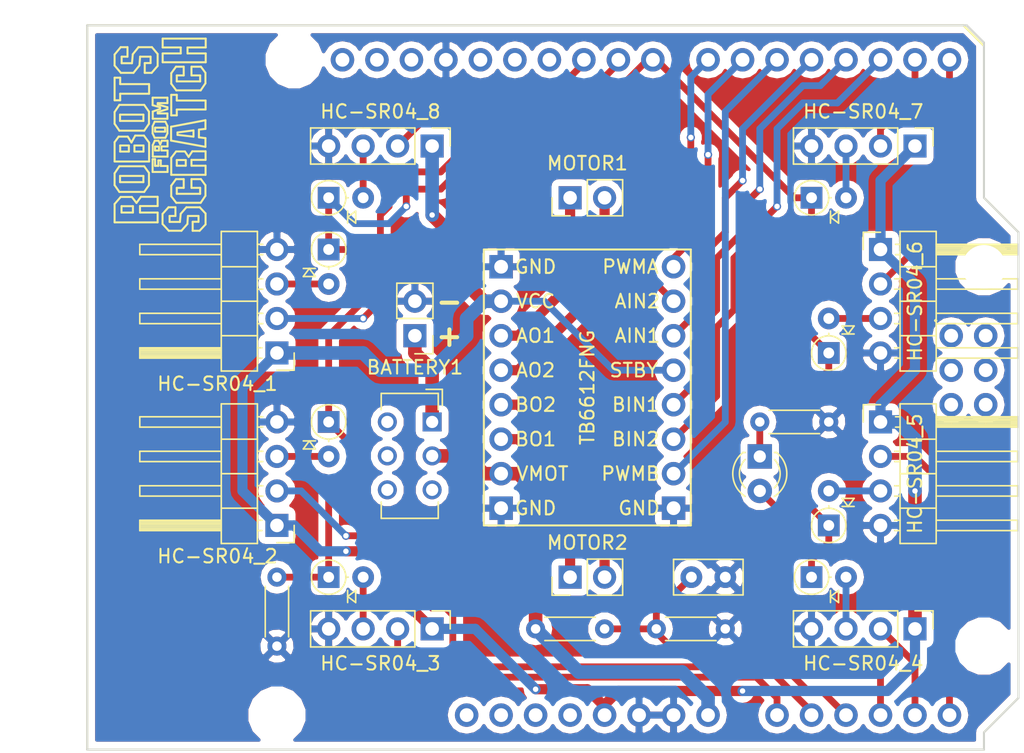
<source format=kicad_pcb>
(kicad_pcb (version 4) (host pcbnew 4.0.7)
  (title_block (title Octosonic))
  (layers (0 F.Cu signal) (31 B.Cu signal hide) (34 B.Paste user) (35 F.Paste user) (36 B.SilkS user) (37 F.SilkS user) (38 B.Mask user) (39 F.Mask user) (44 Edge.Cuts user))
  (net 0 "")
  (net 1 GND)
  (net 2 "Net-(D6-Pad2)")
  (net 3 "Net-(D7-Pad2)")
  (net 4 +5V)
  (net 5 "Net-(XA1-PadRST2)")
  (net 6 "Net-(XA1-PadGND4)")
  (net 7 "Net-(XA1-PadMOSI)")
  (net 8 "Net-(XA1-PadSCK)")
  (net 9 "Net-(XA1-Pad5V2)")
  (net 10 "Net-(XA1-Pad3V3)")
  (net 11 "Net-(XA1-PadRST1)")
  (net 12 "Net-(XA1-PadIORF)")
  (net 13 "Net-(XA1-PadSCL)")
  (net 14 "Net-(XA1-PadSDA)")
  (net 15 "Net-(XA1-PadAREF)")
  (net 16 "Net-(XA1-PadD13)")
  (net 17 "Net-(XA1-PadD12)")
  (net 18 "Net-(XA1-PadD11)")
  (net 19 "Net-(XA1-PadMISO)")
  (net 20 "Net-(HC-SR04_1-Pad2)")
  (net 21 "Net-(HC-SR04_8-Pad2)")
  (net 22 "Net-(D1-Pad1)")
  (net 23 "Net-(D1-Pad2)")
  (net 24 "Net-(D2-Pad2)")
  (net 25 "Net-(D3-Pad2)")
  (net 26 "Net-(D4-Pad2)")
  (net 27 "Net-(D5-Pad2)")
  (net 28 "Net-(D8-Pad2)")
  (net 29 "Net-(HC-SR04_2-Pad2)")
  (net 30 "Net-(HC-SR04_3-Pad2)")
  (net 31 "Net-(HC-SR04_4-Pad2)")
  (net 32 "Net-(HC-SR04_5-Pad2)")
  (net 33 "Net-(HC-SR04_6-Pad2)")
  (net 34 "Net-(HC-SR04_7-Pad2)")
  (net 35 "Net-(U1-Pad10)")
  (net 36 "Net-(U1-Pad11)")
  (net 37 "Net-(U1-Pad12)")
  (net 38 "Net-(U1-Pad14)")
  (net 39 "Net-(U1-Pad15)")
  (net 40 "Net-(U1-Pad16)")
  (net 41 "Net-(MOTOR1-Pad1)")
  (net 42 "Net-(MOTOR1-Pad2)")
  (net 43 "Net-(MOTOR2-Pad1)")
  (net 44 "Net-(MOTOR2-Pad2)")
  (net 45 "Net-(BATTERY1-Pad1)")
  (net 46 "Net-(C1-Pad2)")
  (net 47 "Net-(D9-Pad1)")
  (net 48 "Net-(D9-Pad2)")
  (net 49 "Net-(R2-Pad2)")
  (module Arduino:Arduino_Uno_Shield (layer F.Cu) (at 105.41 125.73)
    (fp_text reference XA1 hide)
    (fp_text value Arduino_Uno_Shield)
    (fp_text user . (at 62.484 -32.004) (layer F.SilkS))
    (pad RST2 thru_hole oval (at 63.627 -25.4) (size 1.7272 1.7272) (drill 1.016) (layers *.Cu *.Mask) (net 5 "Net-(XA1-PadRST2)"))
    (pad GND4 thru_hole oval (at 66.167 -25.4) (size 1.7272 1.7272) (drill 1.016) (layers *.Cu *.Mask) (net 6 "Net-(XA1-PadGND4)"))
    (pad MOSI thru_hole oval (at 66.167 -27.94) (size 1.7272 1.7272) (drill 1.016) (layers *.Cu *.Mask) (net 7 "Net-(XA1-PadMOSI)"))
    (pad SCK thru_hole oval (at 63.627 -27.94) (size 1.7272 1.7272) (drill 1.016) (layers *.Cu *.Mask) (net 8 "Net-(XA1-PadSCK)"))
    (pad 5V2 thru_hole oval (at 66.167 -30.48) (size 1.7272 1.7272) (drill 1.016) (layers *.Cu *.Mask) (net 9 "Net-(XA1-Pad5V2)"))
    (pad A0 thru_hole oval (at 50.8 -2.54) (size 1.7272 1.7272) (drill 1.016) (layers *.Cu *.Mask) (net 30 "Net-(HC-SR04_3-Pad2)"))
    (pad VIN thru_hole oval (at 45.72 -2.54) (size 1.7272 1.7272) (drill 1.016) (layers *.Cu *.Mask) (net 49 "Net-(R2-Pad2)"))
    (pad GND3 thru_hole oval (at 43.18 -2.54) (size 1.7272 1.7272) (drill 1.016) (layers *.Cu *.Mask) (net 1 GND))
    (pad GND2 thru_hole oval (at 40.64 -2.54) (size 1.7272 1.7272) (drill 1.016) (layers *.Cu *.Mask) (net 1 GND))
    (pad 5V1 thru_hole oval (at 38.1 -2.54) (size 1.7272 1.7272) (drill 1.016) (layers *.Cu *.Mask) (net 4 +5V))
    (pad 3V3 thru_hole oval (at 35.56 -2.54) (size 1.7272 1.7272) (drill 1.016) (layers *.Cu *.Mask) (net 10 "Net-(XA1-Pad3V3)"))
    (pad RST1 thru_hole oval (at 33.02 -2.54) (size 1.7272 1.7272) (drill 1.016) (layers *.Cu *.Mask) (net 11 "Net-(XA1-PadRST1)"))
    (pad IORF thru_hole oval (at 30.48 -2.54) (size 1.7272 1.7272) (drill 1.016) (layers *.Cu *.Mask) (net 12 "Net-(XA1-PadIORF)"))
    (pad D0 thru_hole oval (at 63.5 -50.8) (size 1.7272 1.7272) (drill 1.016) (layers *.Cu *.Mask) (net 33 "Net-(HC-SR04_6-Pad2)"))
    (pad D1 thru_hole oval (at 60.96 -50.8) (size 1.7272 1.7272) (drill 1.016) (layers *.Cu *.Mask) (net 34 "Net-(HC-SR04_7-Pad2)"))
    (pad D2 thru_hole oval (at 58.42 -50.8) (size 1.7272 1.7272) (drill 1.016) (layers *.Cu *.Mask) (net 36 "Net-(U1-Pad11)"))
    (pad D3 thru_hole oval (at 55.88 -50.8) (size 1.7272 1.7272) (drill 1.016) (layers *.Cu *.Mask) (net 37 "Net-(U1-Pad12)"))
    (pad D4 thru_hole oval (at 53.34 -50.8) (size 1.7272 1.7272) (drill 1.016) (layers *.Cu *.Mask) (net 38 "Net-(U1-Pad14)"))
    (pad D5 thru_hole oval (at 50.8 -50.8) (size 1.7272 1.7272) (drill 1.016) (layers *.Cu *.Mask) (net 35 "Net-(U1-Pad10)"))
    (pad D6 thru_hole oval (at 48.26 -50.8) (size 1.7272 1.7272) (drill 1.016) (layers *.Cu *.Mask) (net 40 "Net-(U1-Pad16)"))
    (pad D7 thru_hole oval (at 45.72 -50.8) (size 1.7272 1.7272) (drill 1.016) (layers *.Cu *.Mask) (net 39 "Net-(U1-Pad15)"))
    (pad GND1 thru_hole oval (at 26.416 -50.8) (size 1.7272 1.7272) (drill 1.016) (layers *.Cu *.Mask) (net 1 GND))
    (pad D8 thru_hole oval (at 41.656 -50.8) (size 1.7272 1.7272) (drill 1.016) (layers *.Cu *.Mask) (net 22 "Net-(D1-Pad1)"))
    (pad D9 thru_hole oval (at 39.116 -50.8) (size 1.7272 1.7272) (drill 1.016) (layers *.Cu *.Mask) (net 20 "Net-(HC-SR04_1-Pad2)"))
    (pad D10 thru_hole oval (at 36.576 -50.8) (size 1.7272 1.7272) (drill 1.016) (layers *.Cu *.Mask) (net 21 "Net-(HC-SR04_8-Pad2)"))
    (pad "" np_thru_hole circle (at 66.04 -7.62) (size 3.2 3.2) (drill 3.2) (layers *.Cu *.Mask))
    (pad "" np_thru_hole circle (at 66.04 -35.56) (size 3.2 3.2) (drill 3.2) (layers *.Cu *.Mask))
    (pad "" np_thru_hole circle (at 15.24 -50.8) (size 3.2 3.2) (drill 3.2) (layers *.Cu *.Mask))
    (pad "" np_thru_hole circle (at 13.97 -2.54) (size 3.2 3.2) (drill 3.2) (layers *.Cu *.Mask))
    (pad SCL thru_hole oval (at 18.796 -50.8) (size 1.7272 1.7272) (drill 1.016) (layers *.Cu *.Mask) (net 13 "Net-(XA1-PadSCL)"))
    (pad SDA thru_hole oval (at 21.336 -50.8) (size 1.7272 1.7272) (drill 1.016) (layers *.Cu *.Mask) (net 14 "Net-(XA1-PadSDA)"))
    (pad AREF thru_hole oval (at 23.876 -50.8) (size 1.7272 1.7272) (drill 1.016) (layers *.Cu *.Mask) (net 15 "Net-(XA1-PadAREF)"))
    (pad D13 thru_hole oval (at 28.956 -50.8) (size 1.7272 1.7272) (drill 1.016) (layers *.Cu *.Mask) (net 16 "Net-(XA1-PadD13)"))
    (pad D12 thru_hole oval (at 31.496 -50.8) (size 1.7272 1.7272) (drill 1.016) (layers *.Cu *.Mask) (net 17 "Net-(XA1-PadD12)"))
    (pad D11 thru_hole oval (at 34.036 -50.8) (size 1.7272 1.7272) (drill 1.016) (layers *.Cu *.Mask) (net 18 "Net-(XA1-PadD11)"))
    (pad "" thru_hole oval (at 27.94 -2.54) (size 1.7272 1.7272) (drill 1.016) (layers *.Cu *.Mask))
    (pad A1 thru_hole oval (at 53.34 -2.54) (size 1.7272 1.7272) (drill 1.016) (layers *.Cu *.Mask) (net 29 "Net-(HC-SR04_2-Pad2)"))
    (pad A2 thru_hole oval (at 55.88 -2.54) (size 1.7272 1.7272) (drill 1.016) (layers *.Cu *.Mask) (net 46 "Net-(C1-Pad2)"))
    (pad A3 thru_hole oval (at 58.42 -2.54) (size 1.7272 1.7272) (drill 1.016) (layers *.Cu *.Mask) (net 48 "Net-(D9-Pad2)"))
    (pad A4 thru_hole oval (at 60.96 -2.54) (size 1.7272 1.7272) (drill 1.016) (layers *.Cu *.Mask) (net 31 "Net-(HC-SR04_4-Pad2)"))
    (pad A5 thru_hole oval (at 63.5 -2.54) (size 1.7272 1.7272) (drill 1.016) (layers *.Cu *.Mask) (net 32 "Net-(HC-SR04_5-Pad2)"))
    (pad MISO thru_hole oval (at 63.627 -30.48) (size 1.7272 1.7272) (drill 1.016) (layers *.Cu *.Mask) (net 19 "Net-(XA1-PadMISO)"))
  )
  (module Diodes_THT:D_DO-35_SOD27_P2.54mm_Vertical_AnodeUp (layer F.Cu) (at 123.19 88.9 270)
    (fp_text reference D6 hide)
    (fp_text value 1N4148)
    (pad 1 thru_hole rect (at 0 0 270) (size 1.6 1.6) (drill 0.8) (layers *.Cu *.Mask) (net 22 "Net-(D1-Pad1)"))
    (pad 2 thru_hole oval (at 2.54 0 270) (size 1.6 1.6) (drill 0.8) (layers *.Cu *.Mask) (net 2 "Net-(D6-Pad2)"))
  )
  (module Diodes_THT:D_DO-35_SOD27_P2.54mm_Vertical_AnodeUp (layer F.Cu) (at 123.19 85.09)
    (fp_text reference D7 hide)
    (fp_text value 1N4148)
    (pad 1 thru_hole rect (at 0 0) (size 1.6 1.6) (drill 0.8) (layers *.Cu *.Mask) (net 22 "Net-(D1-Pad1)"))
    (pad 2 thru_hole oval (at 2.54 0) (size 1.6 1.6) (drill 0.8) (layers *.Cu *.Mask) (net 3 "Net-(D7-Pad2)"))
  )
  (module Pin_Headers:Pin_Header_Angled_1x04_Pitch2.54mm (layer F.Cu) (at 119.38 96.52 180)
    (fp_text reference HC-SR04_1 (at 4.385 -2.27 180) (layer F.SilkS))
    (fp_text value *)
    (pad 1 thru_hole rect (at 0 0 180) (size 1.7 1.7) (drill 1) (layers *.Cu *.Mask) (net 4 +5V))
    (pad 2 thru_hole oval (at 0 2.54 180) (size 1.7 1.7) (drill 1) (layers *.Cu *.Mask) (net 20 "Net-(HC-SR04_1-Pad2)"))
    (pad 3 thru_hole oval (at 0 5.08 180) (size 1.7 1.7) (drill 1) (layers *.Cu *.Mask) (net 2 "Net-(D6-Pad2)"))
    (pad 4 thru_hole oval (at 0 7.62 180) (size 1.7 1.7) (drill 1) (layers *.Cu *.Mask) (net 1 GND))
  )
  (module Pin_Headers:Pin_Header_Straight_1x04_Pitch2.54mm (layer F.Cu) (at 130.81 81.28 270)
    (fp_text reference HC-SR04_8 (at -2.54 3.81 360) (layer F.SilkS))
    (fp_text value *)
    (pad 1 thru_hole rect (at 0 0 270) (size 1.7 1.7) (drill 1) (layers *.Cu *.Mask) (net 4 +5V))
    (pad 2 thru_hole oval (at 0 2.54 270) (size 1.7 1.7) (drill 1) (layers *.Cu *.Mask) (net 21 "Net-(HC-SR04_8-Pad2)"))
    (pad 3 thru_hole oval (at 0 5.08 270) (size 1.7 1.7) (drill 1) (layers *.Cu *.Mask) (net 3 "Net-(D7-Pad2)"))
    (pad 4 thru_hole oval (at 0 7.62 270) (size 1.7 1.7) (drill 1) (layers *.Cu *.Mask) (net 1 GND))
  )
  (module Diodes_THT:D_DO-35_SOD27_P2.54mm_Vertical_AnodeUp (layer F.Cu) (at 160.02 96.52 90)
    (fp_text reference D1 hide)
    (fp_text value 1N4148)
    (pad 1 thru_hole rect (at 0 0 90) (size 1.6 1.6) (drill 0.8) (layers *.Cu *.Mask) (net 22 "Net-(D1-Pad1)"))
    (pad 2 thru_hole oval (at 2.54 0 90) (size 1.6 1.6) (drill 0.8) (layers *.Cu *.Mask) (net 23 "Net-(D1-Pad2)"))
  )
  (module Diodes_THT:D_DO-35_SOD27_P2.54mm_Vertical_AnodeUp (layer F.Cu) (at 158.75 85.09)
    (fp_text reference D2 hide)
    (fp_text value 1N4148)
    (pad 1 thru_hole rect (at 0 0) (size 1.6 1.6) (drill 0.8) (layers *.Cu *.Mask) (net 22 "Net-(D1-Pad1)"))
    (pad 2 thru_hole oval (at 2.54 0) (size 1.6 1.6) (drill 0.8) (layers *.Cu *.Mask) (net 24 "Net-(D2-Pad2)"))
  )
  (module Diodes_THT:D_DO-35_SOD27_P2.54mm_Vertical_AnodeUp (layer F.Cu) (at 160.02 109.22 90)
    (fp_text reference D3 hide)
    (fp_text value 1N4148)
    (pad 1 thru_hole rect (at 0 0 90) (size 1.6 1.6) (drill 0.8) (layers *.Cu *.Mask) (net 22 "Net-(D1-Pad1)"))
    (pad 2 thru_hole oval (at 2.54 0 90) (size 1.6 1.6) (drill 0.8) (layers *.Cu *.Mask) (net 25 "Net-(D3-Pad2)"))
  )
  (module Diodes_THT:D_DO-35_SOD27_P2.54mm_Vertical_AnodeUp (layer F.Cu) (at 158.75 113.03)
    (fp_text reference D4 hide)
    (fp_text value 1N4148)
    (pad 1 thru_hole rect (at 0 0) (size 1.6 1.6) (drill 0.8) (layers *.Cu *.Mask) (net 22 "Net-(D1-Pad1)"))
    (pad 2 thru_hole oval (at 2.54 0) (size 1.6 1.6) (drill 0.8) (layers *.Cu *.Mask) (net 26 "Net-(D4-Pad2)"))
  )
  (module Diodes_THT:D_DO-35_SOD27_P2.54mm_Vertical_AnodeUp (layer F.Cu) (at 123.19 101.6 270)
    (fp_text reference D5 hide)
    (fp_text value 1N4148)
    (pad 1 thru_hole rect (at 0 0 270) (size 1.6 1.6) (drill 0.8) (layers *.Cu *.Mask) (net 22 "Net-(D1-Pad1)"))
    (pad 2 thru_hole oval (at 2.54 0 270) (size 1.6 1.6) (drill 0.8) (layers *.Cu *.Mask) (net 27 "Net-(D5-Pad2)"))
  )
  (module Diodes_THT:D_DO-35_SOD27_P2.54mm_Vertical_AnodeUp (layer F.Cu) (at 123.19 113.03)
    (fp_text reference D8 hide)
    (fp_text value 1N4148)
    (pad 1 thru_hole rect (at 0 0) (size 1.6 1.6) (drill 0.8) (layers *.Cu *.Mask) (net 22 "Net-(D1-Pad1)"))
    (pad 2 thru_hole oval (at 2.54 0) (size 1.6 1.6) (drill 0.8) (layers *.Cu *.Mask) (net 28 "Net-(D8-Pad2)"))
  )
  (module Pin_Headers:Pin_Header_Angled_1x04_Pitch2.54mm (layer F.Cu) (at 119.38 109.22 180)
    (fp_text reference HC-SR04_2 (at 4.385 -2.27 180) (layer F.SilkS))
    (fp_text value *)
    (pad 1 thru_hole rect (at 0 0 180) (size 1.7 1.7) (drill 1) (layers *.Cu *.Mask) (net 4 +5V))
    (pad 2 thru_hole oval (at 0 2.54 180) (size 1.7 1.7) (drill 1) (layers *.Cu *.Mask) (net 29 "Net-(HC-SR04_2-Pad2)"))
    (pad 3 thru_hole oval (at 0 5.08 180) (size 1.7 1.7) (drill 1) (layers *.Cu *.Mask) (net 27 "Net-(D5-Pad2)"))
    (pad 4 thru_hole oval (at 0 7.62 180) (size 1.7 1.7) (drill 1) (layers *.Cu *.Mask) (net 1 GND))
  )
  (module Pin_Headers:Pin_Header_Angled_1x04_Pitch2.54mm (layer F.Cu) (at 163.83 101.6)
    (fp_text reference HC-SR04_5 (at 2.54 3.81 90) (layer F.SilkS))
    (fp_text value *)
    (pad 1 thru_hole rect (at 0 0) (size 1.7 1.7) (drill 1) (layers *.Cu *.Mask) (net 4 +5V))
    (pad 2 thru_hole oval (at 0 2.54) (size 1.7 1.7) (drill 1) (layers *.Cu *.Mask) (net 32 "Net-(HC-SR04_5-Pad2)"))
    (pad 3 thru_hole oval (at 0 5.08) (size 1.7 1.7) (drill 1) (layers *.Cu *.Mask) (net 25 "Net-(D3-Pad2)"))
    (pad 4 thru_hole oval (at 0 7.62) (size 1.7 1.7) (drill 1) (layers *.Cu *.Mask) (net 1 GND))
  )
  (module Pin_Headers:Pin_Header_Angled_1x04_Pitch2.54mm (layer F.Cu) (at 163.83 88.9)
    (fp_text reference HC-SR04_6 (at 2.54 3.81 90) (layer F.SilkS))
    (fp_text value *)
    (pad 1 thru_hole rect (at 0 0) (size 1.7 1.7) (drill 1) (layers *.Cu *.Mask) (net 4 +5V))
    (pad 2 thru_hole oval (at 0 2.54) (size 1.7 1.7) (drill 1) (layers *.Cu *.Mask) (net 33 "Net-(HC-SR04_6-Pad2)"))
    (pad 3 thru_hole oval (at 0 5.08) (size 1.7 1.7) (drill 1) (layers *.Cu *.Mask) (net 23 "Net-(D1-Pad2)"))
    (pad 4 thru_hole oval (at 0 7.62) (size 1.7 1.7) (drill 1) (layers *.Cu *.Mask) (net 1 GND))
  )
  (module Pin_Headers:Pin_Header_Straight_1x04_Pitch2.54mm (layer F.Cu) (at 130.81 116.84 270)
    (fp_text reference HC-SR04_3 (at 2.54 3.81 360) (layer F.SilkS))
    (fp_text value *)
    (pad 1 thru_hole rect (at 0 0 270) (size 1.7 1.7) (drill 1) (layers *.Cu *.Mask) (net 4 +5V))
    (pad 2 thru_hole oval (at 0 2.54 270) (size 1.7 1.7) (drill 1) (layers *.Cu *.Mask) (net 30 "Net-(HC-SR04_3-Pad2)"))
    (pad 3 thru_hole oval (at 0 5.08 270) (size 1.7 1.7) (drill 1) (layers *.Cu *.Mask) (net 28 "Net-(D8-Pad2)"))
    (pad 4 thru_hole oval (at 0 7.62 270) (size 1.7 1.7) (drill 1) (layers *.Cu *.Mask) (net 1 GND))
  )
  (module Pin_Headers:Pin_Header_Straight_1x04_Pitch2.54mm (layer F.Cu) (at 166.37 116.84 270)
    (fp_text reference HC-SR04_4 (at 2.54 3.81 360) (layer F.SilkS))
    (fp_text value *)
    (pad 1 thru_hole rect (at 0 0 270) (size 1.7 1.7) (drill 1) (layers *.Cu *.Mask) (net 4 +5V))
    (pad 2 thru_hole oval (at 0 2.54 270) (size 1.7 1.7) (drill 1) (layers *.Cu *.Mask) (net 31 "Net-(HC-SR04_4-Pad2)"))
    (pad 3 thru_hole oval (at 0 5.08 270) (size 1.7 1.7) (drill 1) (layers *.Cu *.Mask) (net 26 "Net-(D4-Pad2)"))
    (pad 4 thru_hole oval (at 0 7.62 270) (size 1.7 1.7) (drill 1) (layers *.Cu *.Mask) (net 1 GND))
  )
  (module Pin_Headers:Pin_Header_Straight_1x04_Pitch2.54mm (layer F.Cu) (at 166.37 81.28 270)
    (fp_text reference HC-SR04_7 (at -2.54 3.81 360) (layer F.SilkS))
    (fp_text value *)
    (pad 1 thru_hole rect (at 0 0 270) (size 1.7 1.7) (drill 1) (layers *.Cu *.Mask) (net 4 +5V))
    (pad 2 thru_hole oval (at 0 2.54 270) (size 1.7 1.7) (drill 1) (layers *.Cu *.Mask) (net 34 "Net-(HC-SR04_7-Pad2)"))
    (pad 3 thru_hole oval (at 0 5.08 270) (size 1.7 1.7) (drill 1) (layers *.Cu *.Mask) (net 24 "Net-(D2-Pad2)"))
    (pad 4 thru_hole oval (at 0 7.62 270) (size 1.7 1.7) (drill 1) (layers *.Cu *.Mask) (net 1 GND))
  )
  (module rfs:TB6612FNG (layer F.Cu) (at 134.62 88.9)
    (fp_text reference U1 hide)
    (fp_text value TB6612FNG hide)
    (fp_text user TB6612FNG (at 7.62 10.16 90) (layer F.SilkS))
    (fp_text user AIN2 (at 11.303 3.81) (layer F.SilkS))
    (fp_text user AIN1 (at 11.303 6.35) (layer F.SilkS))
    (fp_text user STBY (at 11.049 8.89) (layer F.SilkS))
    (fp_text user BIN1 (at 11.176 11.43) (layer F.SilkS))
    (fp_text user BIN2 (at 11.176 13.97) (layer F.SilkS))
    (fp_text user GND (at 11.43 19.05) (layer F.SilkS))
    (fp_text user PWMB (at 10.795 16.51) (layer F.SilkS))
    (fp_text user PWMA (at 10.795 1.27) (layer F.SilkS))
    (fp_text user GND (at 3.81 19.05) (layer F.SilkS))
    (fp_text user VMOT (at 4.318 16.51) (layer F.SilkS))
    (fp_text user BO1 (at 3.81 13.97) (layer F.SilkS))
    (fp_text user BO2 (at 3.81 11.43) (layer F.SilkS))
    (fp_text user AO2 (at 3.81 8.89) (layer F.SilkS))
    (fp_text user AO1 (at 3.81 6.35) (layer F.SilkS))
    (fp_text user VCC (at 3.81 3.81) (layer F.SilkS))
    (fp_text user GND (at 3.81 1.27) (layer F.SilkS))
    (pad 1 thru_hole rect (at 1.27 1.27) (size 1.7272 1.7272) (drill 1.016) (layers *.Cu *.Mask) (net 1 GND))
    (pad 2 thru_hole circle (at 1.27 3.81) (size 1.7272 1.7272) (drill 1.016) (layers *.Cu *.Mask) (net 4 +5V))
    (pad 3 thru_hole circle (at 1.27 6.35) (size 1.7272 1.7272) (drill 1.016) (layers *.Cu *.Mask) (net 41 "Net-(MOTOR1-Pad1)"))
    (pad 4 thru_hole circle (at 1.27 8.89) (size 1.7272 1.7272) (drill 1.016) (layers *.Cu *.Mask) (net 42 "Net-(MOTOR1-Pad2)"))
    (pad 5 thru_hole circle (at 1.27 11.43) (size 1.7272 1.7272) (drill 1.016) (layers *.Cu *.Mask) (net 44 "Net-(MOTOR2-Pad2)"))
    (pad 6 thru_hole circle (at 1.27 13.97) (size 1.7272 1.7272) (drill 1.016) (layers *.Cu *.Mask) (net 43 "Net-(MOTOR2-Pad1)"))
    (pad 7 thru_hole circle (at 1.27 16.51) (size 1.7272 1.7272) (drill 1.016) (layers *.Cu *.Mask) (net 49 "Net-(R2-Pad2)"))
    (pad 8 thru_hole rect (at 1.27 19.05) (size 1.7272 1.7272) (drill 1.016) (layers *.Cu *.Mask) (net 1 GND))
    (pad 9 thru_hole rect (at 13.97 19.05) (size 1.7272 1.7272) (drill 1.016) (layers *.Cu *.Mask) (net 1 GND))
    (pad 10 thru_hole circle (at 13.97 16.51) (size 1.7272 1.7272) (drill 1.016) (layers *.Cu *.Mask) (net 35 "Net-(U1-Pad10)"))
    (pad 11 thru_hole circle (at 13.97 13.97) (size 1.7272 1.7272) (drill 1.016) (layers *.Cu *.Mask) (net 36 "Net-(U1-Pad11)"))
    (pad 12 thru_hole circle (at 13.97 11.43) (size 1.7272 1.7272) (drill 1.016) (layers *.Cu *.Mask) (net 37 "Net-(U1-Pad12)"))
    (pad 13 thru_hole circle (at 13.97 8.89) (size 1.7272 1.7272) (drill 1.016) (layers *.Cu *.Mask) (net 4 +5V))
    (pad 14 thru_hole circle (at 13.97 6.35) (size 1.7272 1.7272) (drill 1.016) (layers *.Cu *.Mask) (net 38 "Net-(U1-Pad14)"))
    (pad 15 thru_hole circle (at 13.97 3.81) (size 1.7272 1.7272) (drill 1.016) (layers *.Cu *.Mask) (net 39 "Net-(U1-Pad15)"))
    (pad 16 thru_hole circle (at 13.97 1.27) (size 1.7272 1.7272) (drill 1.016) (layers *.Cu *.Mask) (net 40 "Net-(U1-Pad16)"))
  )
  (module Pin_Headers:Pin_Header_Straight_1x02_Pitch2.54mm (layer F.Cu) (at 140.97 85.09 90)
    (fp_text reference MOTOR1 (at 2.54 1.27 180) (layer F.SilkS))
    (fp_text value Conn_01x02 hide)
    (pad 1 thru_hole rect (at 0 0 90) (size 1.7 1.7) (drill 1) (layers *.Cu *.Mask) (net 41 "Net-(MOTOR1-Pad1)"))
    (pad 2 thru_hole oval (at 0 2.54 90) (size 1.7 1.7) (drill 1) (layers *.Cu *.Mask) (net 42 "Net-(MOTOR1-Pad2)"))
  )
  (module Pin_Headers:Pin_Header_Straight_1x02_Pitch2.54mm (layer F.Cu) (at 140.97 113.03 90)
    (fp_text reference MOTOR2 (at 2.54 1.27 180) (layer F.SilkS))
    (fp_text value Conn_01x02 hide)
    (pad 1 thru_hole rect (at 0 0 90) (size 1.7 1.7) (drill 1) (layers *.Cu *.Mask) (net 43 "Net-(MOTOR2-Pad1)"))
    (pad 2 thru_hole oval (at 0 2.54 90) (size 1.7 1.7) (drill 1) (layers *.Cu *.Mask) (net 44 "Net-(MOTOR2-Pad2)"))
  )
  (module Resistors_THT:R_Axial_DIN0204_L3.6mm_D1.6mm_P5.08mm_Horizontal (layer F.Cu) (at 119.38 118.11 90)
    (fp_text reference R1 hide)
    (fp_text value 5K)
    (pad 1 thru_hole circle (at 0 0 90) (size 1.4 1.4) (drill 0.7) (layers *.Cu *.Mask) (net 1 GND))
    (pad 2 thru_hole oval (at 5.08 0 90) (size 1.4 1.4) (drill 0.7) (layers *.Cu *.Mask) (net 22 "Net-(D1-Pad1)"))
  )
  (module Pin_Headers:Pin_Header_Straight_1x02_Pitch2.54mm (layer F.Cu) (at 129.54 95.25 180)
    (fp_text reference BATTERY1 (at 0 -2.33 180) (layer F.SilkS))
    (fp_text value Conn_01x02)
    (pad 1 thru_hole rect (at 0 0 180) (size 1.7 1.7) (drill 1) (layers *.Cu *.Mask) (net 45 "Net-(BATTERY1-Pad1)"))
    (pad 2 thru_hole oval (at 0 2.54 180) (size 1.7 1.7) (drill 1) (layers *.Cu *.Mask) (net 1 GND))
  )
  (module Capacitors_THT:C_Disc_D5.0mm_W2.5mm_P2.50mm (layer F.Cu) (at 152.4 113.03 180)
    (fp_text reference C1 hide)
    (fp_text value 0.1uF)
    (pad 1 thru_hole circle (at 0 0 180) (size 1.6 1.6) (drill 0.8) (layers *.Cu *.Mask) (net 1 GND))
    (pad 2 thru_hole circle (at 2.5 0 180) (size 1.6 1.6) (drill 0.8) (layers *.Cu *.Mask) (net 46 "Net-(C1-Pad2)"))
  )
  (module LEDs:LED_D3.0mm (layer F.Cu) (at 154.94 104.14 270)
    (fp_text reference D9 hide)
    (fp_text value LED_ALT)
    (pad 1 thru_hole rect (at 0 0 270) (size 1.8 1.8) (drill 0.9) (layers *.Cu *.Mask) (net 47 "Net-(D9-Pad1)"))
    (pad 2 thru_hole circle (at 2.54 0 270) (size 1.8 1.8) (drill 0.9) (layers *.Cu *.Mask) (net 48 "Net-(D9-Pad2)"))
  )
  (module Resistors_THT:R_Axial_DIN0204_L3.6mm_D1.6mm_P5.08mm_Horizontal (layer F.Cu) (at 143.51 116.84 180)
    (fp_text reference R2 hide)
    (fp_text value 10M)
    (pad 1 thru_hole circle (at 0 0 180) (size 1.4 1.4) (drill 0.7) (layers *.Cu *.Mask) (net 46 "Net-(C1-Pad2)"))
    (pad 2 thru_hole oval (at 5.08 0 180) (size 1.4 1.4) (drill 0.7) (layers *.Cu *.Mask) (net 49 "Net-(R2-Pad2)"))
  )
  (module Resistors_THT:R_Axial_DIN0204_L3.6mm_D1.6mm_P5.08mm_Horizontal (layer F.Cu) (at 152.4 116.84 180)
    (fp_text reference R3 hide)
    (fp_text value 10M)
    (pad 1 thru_hole circle (at 0 0 180) (size 1.4 1.4) (drill 0.7) (layers *.Cu *.Mask) (net 1 GND))
    (pad 2 thru_hole oval (at 5.08 0 180) (size 1.4 1.4) (drill 0.7) (layers *.Cu *.Mask) (net 46 "Net-(C1-Pad2)"))
  )
  (module Resistors_THT:R_Axial_DIN0204_L3.6mm_D1.6mm_P5.08mm_Horizontal (layer F.Cu) (at 160.02 101.6 180)
    (fp_text reference R4 hide)
    (fp_text value 220)
    (pad 1 thru_hole circle (at 0 0 180) (size 1.4 1.4) (drill 0.7) (layers *.Cu *.Mask) (net 1 GND))
    (pad 2 thru_hole oval (at 5.08 0 180) (size 1.4 1.4) (drill 0.7) (layers *.Cu *.Mask) (net 47 "Net-(D9-Pad1)"))
  )
  (module Buttons_Switches_THT:SW_CuK_JS202011CQN_DPDT_Straight (layer F.Cu) (at 130.81 101.6 270)
    (fp_text reference SW1 hide)
    (fp_text value SW_DPST_x2)
    (pad 1 thru_hole rect (at 0 0 270) (size 1.4 1.4) (drill 0.9) (layers *.Cu *.Mask) (net 45 "Net-(BATTERY1-Pad1)"))
    (pad 2 thru_hole circle (at 2.5 0 270) (size 1.4 1.4) (drill 0.9) (layers *.Cu *.Mask) (net 49 "Net-(R2-Pad2)"))
    (pad 3 thru_hole circle (at 5 0 270) (size 1.4 1.4) (drill 0.9) (layers *.Cu *.Mask))
    (pad 4 thru_hole circle (at 0 3.3 270) (size 1.4 1.4) (drill 0.9) (layers *.Cu *.Mask))
    (pad 5 thru_hole circle (at 2.5 3.3 270) (size 1.4 1.4) (drill 0.9) (layers *.Cu *.Mask))
    (pad 6 thru_hole circle (at 5 3.3 270) (size 1.4 1.4) (drill 0.9) (layers *.Cu *.Mask))
  )
  (module rfs:logo (layer F.Cu) (at 107.315 87.63 90)
    (fp_text reference "" (at 0 0 90) (layer F.SilkS))
    (fp_text value "" (at 0 0 90) (layer F.SilkS))
  )
  (gr_text + (at 132.08 95.25) (layer F.SilkS) (effects (font (size 1.5 1.5) (thickness 0.3))))
  (gr_text - (at 132.08 92.71) (layer F.SilkS) (effects (font (size 1.5 1.5) (thickness 0.3))))
  (gr_line (start 170.18 72.39) (end 105.41 72.39) (angle 90) (layer Edge.Cuts) (width 0.15))
  (gr_line (start 171.45 73.66) (end 170.18 72.39) (angle 90) (layer Edge.Cuts) (width 0.15))
  (gr_line (start 171.45 85.09) (end 171.45 73.66) (angle 90) (layer Edge.Cuts) (width 0.15))
  (gr_line (start 173.99 87.63) (end 171.45 85.09) (angle 90) (layer Edge.Cuts) (width 0.15))
  (gr_line (start 173.99 121.92) (end 173.99 87.63) (angle 90) (layer Edge.Cuts) (width 0.15))
  (gr_line (start 171.45 124.46) (end 173.99 121.92) (angle 90) (layer Edge.Cuts) (width 0.15))
  (gr_line (start 171.45 125.73) (end 171.45 124.46) (angle 90) (layer Edge.Cuts) (width 0.15))
  (gr_line (start 105.41 125.73) (end 171.45 125.73) (angle 90) (layer Edge.Cuts) (width 0.15))
  (gr_line (start 105.41 72.39) (end 105.41 125.73) (angle 90) (layer Edge.Cuts) (width 0.15))
  (segment (start 119.38 91.44) (end 123.19 91.44) (width 0.5) (layer F.Cu) (net 2))
  (segment (start 125.73 85.09) (end 125.73 81.28) (width 0.5) (layer F.Cu) (net 3))
  (segment (start 163.83 88.9) (end 166.37 91.44) (width 0.75) (layer B.Cu) (net 4))
  (segment (start 163.83 100.33) (end 163.83 101.6) (width 0.75) (layer B.Cu) (net 4))
  (segment (start 166.37 97.79) (end 163.83 100.33) (width 0.75) (layer B.Cu) (net 4))
  (segment (start 166.37 91.44) (end 166.37 97.79) (width 0.75) (layer B.Cu) (net 4))
  (segment (start 166.37 81.28) (end 163.83 83.82) (width 0.75) (layer B.Cu) (net 4))
  (segment (start 163.83 83.82) (end 163.83 88.9) (width 0.75) (layer B.Cu) (net 4))
  (segment (start 143.51 123.19) (end 143.51 122.428) (width 0.75) (layer F.Cu) (net 4))
  (segment (start 143.51 122.428) (end 144.526 121.412) (width 0.75) (layer F.Cu) (net 4))
  (segment (start 166.37 119.38) (end 166.37 116.84) (width 0.75) (layer B.Cu) (net 4))
  (segment (start 164.338 121.412) (end 166.37 119.38) (width 0.75) (layer B.Cu) (net 4))
  (segment (start 153.67 121.412) (end 164.338 121.412) (width 0.75) (layer B.Cu) (net 4))
  (via (at 153.67 121.412) (size 0.6) (drill 0.4) (layers F.Cu B.Cu) (net 4))
  (segment (start 147.828 121.412) (end 153.67 121.412) (width 0.75) (layer F.Cu) (net 4))
  (segment (start 144.526 121.412) (end 147.828 121.412) (width 0.75) (layer F.Cu) (net 4))
  (segment (start 130.81 116.84) (end 128.905 114.935) (width 0.75) (layer F.Cu) (net 4))
  (segment (start 120.65 109.22) (end 119.38 109.22) (width 0.75) (layer B.Cu) (net 4))
  (segment (start 122.555 111.125) (end 120.65 109.22) (width 0.75) (layer B.Cu) (net 4))
  (segment (start 124.46 111.125) (end 122.555 111.125) (width 0.75) (layer B.Cu) (net 4))
  (via (at 124.46 111.125) (size 0.6) (drill 0.4) (layers F.Cu B.Cu) (net 4))
  (segment (start 126.365 111.125) (end 124.46 111.125) (width 0.75) (layer F.Cu) (net 4))
  (segment (start 127.635 112.395) (end 126.365 111.125) (width 0.75) (layer F.Cu) (net 4))
  (segment (start 127.635 114.3) (end 127.635 112.395) (width 0.75) (layer F.Cu) (net 4))
  (segment (start 128.27 114.935) (end 127.635 114.3) (width 0.75) (layer F.Cu) (net 4))
  (segment (start 128.905 114.935) (end 128.27 114.935) (width 0.75) (layer F.Cu) (net 4))
  (segment (start 119.38 109.22) (end 116.84 106.68) (width 0.75) (layer B.Cu) (net 4))
  (segment (start 116.84 106.68) (end 116.84 99.06) (width 0.75) (layer B.Cu) (net 4))
  (segment (start 116.84 99.06) (end 119.38 96.52) (width 0.75) (layer B.Cu) (net 4))
  (segment (start 135.89 92.71) (end 139.065 92.71) (width 0.5) (layer B.Cu) (net 4))
  (segment (start 144.145 97.79) (end 148.59 97.79) (width 0.5) (layer B.Cu) (net 4))
  (segment (start 139.065 92.71) (end 144.145 97.79) (width 0.5) (layer B.Cu) (net 4))
  (segment (start 143.51 122.555) (end 143.51 123.19) (width 0.75) (layer F.Cu) (net 4))
  (segment (start 130.81 116.84) (end 133.985 116.84) (width 0.75) (layer B.Cu) (net 4))
  (segment (start 142.24 121.285) (end 143.51 122.555) (width 0.75) (layer F.Cu) (net 4))
  (segment (start 138.43 121.285) (end 142.24 121.285) (width 0.75) (layer F.Cu) (net 4))
  (via (at 138.43 121.285) (size 0.6) (drill 0.4) (layers F.Cu B.Cu) (net 4))
  (segment (start 133.985 116.84) (end 138.43 121.285) (width 0.75) (layer B.Cu) (net 4))
  (segment (start 143.51 122.555) (end 143.51 123.19) (width 0.75) (layer F.Cu) (net 4))
  (segment (start 163.83 101.6) (end 165.1 101.6) (width 1) (layer B.Cu) (net 4))
  (segment (start 165.1 101.6) (end 166.37 102.87) (width 1) (layer B.Cu) (net 4))
  (segment (start 166.37 102.87) (end 166.37 106.68) (width 1) (layer B.Cu) (net 4))
  (via (at 166.37 106.68) (size 0.6) (drill 0.4) (layers F.Cu B.Cu) (net 4))
  (segment (start 166.37 106.68) (end 166.37 116.84) (width 1) (layer F.Cu) (net 4))
  (segment (start 130.81 81.28) (end 130.81 86.36) (width 1) (layer B.Cu) (net 4))
  (segment (start 134.62 92.71) (end 135.89 92.71) (width 1) (layer F.Cu) (net 4))
  (segment (start 133.35 91.44) (end 134.62 92.71) (width 1) (layer F.Cu) (net 4))
  (segment (start 133.35 88.9) (end 133.35 91.44) (width 1) (layer F.Cu) (net 4))
  (segment (start 130.81 86.36) (end 133.35 88.9) (width 1) (layer F.Cu) (net 4))
  (via (at 130.81 86.36) (size 0.6) (drill 0.4) (layers F.Cu B.Cu) (net 4))
  (segment (start 119.38 96.52) (end 125.73 96.52) (width 1) (layer B.Cu) (net 4))
  (segment (start 125.73 96.52) (end 127 97.79) (width 1) (layer B.Cu) (net 4))
  (segment (start 127 97.79) (end 130.81 97.79) (width 1) (layer B.Cu) (net 4))
  (segment (start 130.81 97.79) (end 133.35 95.25) (width 1) (layer B.Cu) (net 4))
  (segment (start 133.35 95.25) (end 133.35 93.98) (width 1) (layer B.Cu) (net 4))
  (segment (start 133.35 93.98) (end 134.62 92.71) (width 1) (layer B.Cu) (net 4))
  (segment (start 134.62 92.71) (end 135.89 92.71) (width 1) (layer B.Cu) (net 4))
  (segment (start 144.526 74.93) (end 144.526 75.184) (width 0.5) (layer F.Cu) (net 20))
  (segment (start 144.526 75.184) (end 142.875 76.835) (width 0.5) (layer F.Cu) (net 20))
  (segment (start 125.73 93.98) (end 119.38 93.98) (width 0.5) (layer B.Cu) (net 20))
  (via (at 125.73 93.98) (size 0.6) (drill 0.4) (layers F.Cu B.Cu) (net 20))
  (segment (start 127 92.71) (end 125.73 93.98) (width 0.5) (layer F.Cu) (net 20))
  (segment (start 127 86.36) (end 127 92.71) (width 0.5) (layer F.Cu) (net 20))
  (segment (start 127.635 85.725) (end 127 86.36) (width 0.5) (layer F.Cu) (net 20))
  (segment (start 127.635 83.82) (end 127.635 85.725) (width 0.5) (layer F.Cu) (net 20))
  (segment (start 128.27 83.185) (end 127.635 83.82) (width 0.5) (layer F.Cu) (net 20))
  (segment (start 131.445 83.185) (end 128.27 83.185) (width 0.5) (layer F.Cu) (net 20))
  (segment (start 132.715 81.915) (end 131.445 83.185) (width 0.5) (layer F.Cu) (net 20))
  (segment (start 132.715 80.01) (end 132.715 81.915) (width 0.5) (layer F.Cu) (net 20))
  (segment (start 133.985 78.74) (end 132.715 80.01) (width 0.5) (layer F.Cu) (net 20))
  (segment (start 139.7 78.74) (end 133.985 78.74) (width 0.5) (layer F.Cu) (net 20))
  (segment (start 141.605 76.835) (end 139.7 78.74) (width 0.5) (layer F.Cu) (net 20))
  (segment (start 142.875 76.835) (end 141.605 76.835) (width 0.5) (layer F.Cu) (net 20))
  (segment (start 144.526 74.93) (end 144.145 74.93) (width 0.5) (layer F.Cu) (net 20))
  (segment (start 141.986 74.93) (end 141.986 75.184) (width 0.5) (layer F.Cu) (net 21))
  (segment (start 141.986 75.184) (end 139.7 77.47) (width 0.5) (layer F.Cu) (net 21))
  (segment (start 132.08 77.47) (end 128.27 81.28) (width 0.5) (layer F.Cu) (net 21))
  (segment (start 139.7 77.47) (end 132.08 77.47) (width 0.5) (layer F.Cu) (net 21))
  (segment (start 147.066 74.93) (end 146.685 74.93) (width 0.5) (layer F.Cu) (net 22))
  (segment (start 146.685 74.93) (end 143.51 78.105) (width 0.5) (layer F.Cu) (net 22))
  (segment (start 125.095 86.995) (end 123.19 85.09) (width 0.5) (layer B.Cu) (net 22))
  (segment (start 127.635 86.995) (end 125.095 86.995) (width 0.5) (layer B.Cu) (net 22))
  (segment (start 128.905 85.725) (end 127.635 86.995) (width 0.5) (layer B.Cu) (net 22))
  (via (at 128.905 85.725) (size 0.6) (drill 0.4) (layers F.Cu B.Cu) (net 22))
  (segment (start 128.905 84.455) (end 128.905 85.725) (width 0.5) (layer F.Cu) (net 22))
  (segment (start 131.445 84.455) (end 128.905 84.455) (width 0.5) (layer F.Cu) (net 22))
  (segment (start 133.985 81.915) (end 131.445 84.455) (width 0.5) (layer F.Cu) (net 22))
  (segment (start 133.985 80.01) (end 133.985 81.915) (width 0.5) (layer F.Cu) (net 22))
  (segment (start 139.7 80.01) (end 133.985 80.01) (width 0.5) (layer F.Cu) (net 22))
  (segment (start 141.605 78.105) (end 139.7 80.01) (width 0.5) (layer F.Cu) (net 22))
  (segment (start 143.51 78.105) (end 141.605 78.105) (width 0.5) (layer F.Cu) (net 22))
  (segment (start 160.02 96.52) (end 160.02 97.79) (width 0.5) (layer F.Cu) (net 22))
  (segment (start 157.48 106.68) (end 160.02 109.22) (width 0.5) (layer F.Cu) (net 22))
  (segment (start 157.48 101.6) (end 157.48 106.68) (width 0.5) (layer F.Cu) (net 22))
  (segment (start 157.48 100.33) (end 157.48 101.6) (width 0.5) (layer F.Cu) (net 22))
  (segment (start 160.02 97.79) (end 157.48 100.33) (width 0.5) (layer F.Cu) (net 22))
  (segment (start 119.38 113.03) (end 123.19 113.03) (width 0.5) (layer F.Cu) (net 22))
  (segment (start 147.066 74.93) (end 147.32 74.93) (width 0.5) (layer F.Cu) (net 22))
  (segment (start 147.32 74.93) (end 157.48 85.09) (width 0.5) (layer F.Cu) (net 22))
  (segment (start 157.48 85.09) (end 158.75 85.09) (width 0.5) (layer F.Cu) (net 22))
  (segment (start 123.19 88.9) (end 123.19 85.09) (width 0.5) (layer F.Cu) (net 22))
  (segment (start 123.19 113.03) (end 123.19 106.68) (width 0.5) (layer F.Cu) (net 22))
  (segment (start 125.73 104.14) (end 123.19 101.6) (width 0.5) (layer F.Cu) (net 22))
  (segment (start 123.19 106.68) (end 125.73 104.14) (width 0.5) (layer F.Cu) (net 22))
  (segment (start 160.02 109.22) (end 160.02 110.49) (width 0.5) (layer F.Cu) (net 22))
  (segment (start 160.02 110.49) (end 158.75 111.76) (width 0.5) (layer F.Cu) (net 22))
  (segment (start 158.75 111.76) (end 158.75 113.03) (width 0.5) (layer F.Cu) (net 22))
  (segment (start 160.02 96.52) (end 157.48 93.98) (width 0.5) (layer F.Cu) (net 22))
  (segment (start 158.75 92.71) (end 158.75 85.09) (width 0.5) (layer F.Cu) (net 22))
  (segment (start 157.48 93.98) (end 158.75 92.71) (width 0.5) (layer F.Cu) (net 22))
  (segment (start 123.19 88.9) (end 124.46 88.9) (width 0.5) (layer F.Cu) (net 22))
  (segment (start 123.19 101.6) (end 123.19 95.25) (width 0.5) (layer F.Cu) (net 22))
  (segment (start 125.73 90.17) (end 124.46 88.9) (width 0.5) (layer F.Cu) (net 22))
  (segment (start 125.73 92.71) (end 125.73 90.17) (width 0.5) (layer F.Cu) (net 22))
  (segment (start 123.19 95.25) (end 125.73 92.71) (width 0.5) (layer F.Cu) (net 22))
  (segment (start 160.02 93.98) (end 163.83 93.98) (width 0.5) (layer F.Cu) (net 23))
  (segment (start 161.29 81.28) (end 161.29 85.09) (width 0.5) (layer B.Cu) (net 24))
  (segment (start 160.02 106.68) (end 163.83 106.68) (width 0.5) (layer B.Cu) (net 25))
  (segment (start 161.29 113.03) (end 161.29 116.84) (width 0.5) (layer B.Cu) (net 26))
  (segment (start 119.38 104.14) (end 123.19 104.14) (width 0.5) (layer F.Cu) (net 27))
  (segment (start 125.73 113.03) (end 125.73 116.84) (width 0.5) (layer F.Cu) (net 28))
  (segment (start 158.75 123.19) (end 158.75 122.936) (width 0.5) (layer F.Cu) (net 29))
  (segment (start 158.75 122.936) (end 155.448 119.634) (width 0.5) (layer F.Cu) (net 29))
  (segment (start 121.158 106.68) (end 119.38 106.68) (width 0.5) (layer B.Cu) (net 29))
  (segment (start 124.46 109.982) (end 121.158 106.68) (width 0.5) (layer B.Cu) (net 29))
  (via (at 124.46 109.982) (size 0.6) (drill 0.4) (layers F.Cu B.Cu) (net 29))
  (segment (start 126.746 109.982) (end 124.46 109.982) (width 0.5) (layer F.Cu) (net 29))
  (segment (start 128.524 111.76) (end 126.746 109.982) (width 0.5) (layer F.Cu) (net 29))
  (segment (start 128.524 113.03) (end 128.524 111.76) (width 0.5) (layer F.Cu) (net 29))
  (segment (start 130.81 115.316) (end 128.524 113.03) (width 0.5) (layer F.Cu) (net 29))
  (segment (start 131.826 115.316) (end 130.81 115.316) (width 0.5) (layer F.Cu) (net 29))
  (segment (start 132.334 115.824) (end 131.826 115.316) (width 0.5) (layer F.Cu) (net 29))
  (segment (start 132.334 118.618) (end 132.334 115.824) (width 0.5) (layer F.Cu) (net 29))
  (segment (start 133.35 119.634) (end 132.334 118.618) (width 0.5) (layer F.Cu) (net 29))
  (segment (start 155.448 119.634) (end 133.35 119.634) (width 0.5) (layer F.Cu) (net 29))
  (segment (start 158.75 123.19) (end 158.75 122.682) (width 0.5) (layer F.Cu) (net 29))
  (segment (start 156.21 123.19) (end 156.21 121.92) (width 0.5) (layer F.Cu) (net 30))
  (segment (start 128.27 118.618) (end 128.27 116.84) (width 0.5) (layer F.Cu) (net 30))
  (segment (start 130.048 120.396) (end 128.27 118.618) (width 0.5) (layer F.Cu) (net 30))
  (segment (start 154.686 120.396) (end 130.048 120.396) (width 0.5) (layer F.Cu) (net 30))
  (segment (start 156.21 121.92) (end 154.686 120.396) (width 0.5) (layer F.Cu) (net 30))
  (segment (start 163.83 116.84) (end 166.37 119.38) (width 0.5) (layer F.Cu) (net 31))
  (segment (start 166.37 119.38) (end 166.37 123.19) (width 0.5) (layer F.Cu) (net 31))
  (segment (start 168.91 123.19) (end 168.91 106.68) (width 0.5) (layer F.Cu) (net 32))
  (segment (start 166.37 104.14) (end 163.83 104.14) (width 0.5) (layer F.Cu) (net 32))
  (segment (start 168.91 106.68) (end 166.37 104.14) (width 0.5) (layer F.Cu) (net 32))
  (segment (start 168.91 74.93) (end 168.91 84.455) (width 0.5) (layer F.Cu) (net 33))
  (segment (start 166.37 88.9) (end 163.83 91.44) (width 0.5) (layer F.Cu) (net 33))
  (segment (start 166.37 86.995) (end 166.37 88.9) (width 0.5) (layer F.Cu) (net 33))
  (segment (start 168.91 84.455) (end 166.37 86.995) (width 0.5) (layer F.Cu) (net 33))
  (segment (start 166.37 74.93) (end 166.37 77.47) (width 0.5) (layer F.Cu) (net 34))
  (segment (start 163.83 80.01) (end 163.83 81.28) (width 0.5) (layer F.Cu) (net 34))
  (segment (start 166.37 77.47) (end 163.83 80.01) (width 0.5) (layer F.Cu) (net 34))
  (segment (start 156.21 74.93) (end 152.4 78.74) (width 0.5) (layer B.Cu) (net 35))
  (segment (start 152.4 101.6) (end 148.59 105.41) (width 0.5) (layer B.Cu) (net 35))
  (segment (start 152.4 78.74) (end 152.4 101.6) (width 0.5) (layer B.Cu) (net 35))
  (segment (start 163.83 74.93) (end 160.655 78.105) (width 0.5) (layer B.Cu) (net 36))
  (segment (start 151.765 99.695) (end 148.59 102.87) (width 0.5) (layer F.Cu) (net 36))
  (segment (start 151.765 94.615) (end 151.765 99.695) (width 0.5) (layer F.Cu) (net 36))
  (segment (start 153.035 93.345) (end 151.765 94.615) (width 0.5) (layer F.Cu) (net 36))
  (segment (start 153.035 89.535) (end 153.035 93.345) (width 0.5) (layer F.Cu) (net 36))
  (segment (start 154.94 87.63) (end 153.035 89.535) (width 0.5) (layer F.Cu) (net 36))
  (segment (start 154.94 86.995) (end 154.94 87.63) (width 0.5) (layer F.Cu) (net 36))
  (segment (start 156.21 85.725) (end 154.94 86.995) (width 0.5) (layer F.Cu) (net 36))
  (via (at 156.21 85.725) (size 0.6) (drill 0.4) (layers F.Cu B.Cu) (net 36))
  (segment (start 156.21 80.01) (end 156.21 85.725) (width 0.5) (layer B.Cu) (net 36))
  (segment (start 158.115 78.105) (end 156.21 80.01) (width 0.5) (layer B.Cu) (net 36))
  (segment (start 160.655 78.105) (end 158.115 78.105) (width 0.5) (layer B.Cu) (net 36))
  (segment (start 161.29 74.93) (end 159.385 76.835) (width 0.5) (layer B.Cu) (net 37))
  (segment (start 150.495 98.425) (end 148.59 100.33) (width 0.5) (layer F.Cu) (net 37))
  (segment (start 150.495 94.615) (end 150.495 98.425) (width 0.5) (layer F.Cu) (net 37))
  (segment (start 151.765 93.345) (end 150.495 94.615) (width 0.5) (layer F.Cu) (net 37))
  (segment (start 151.765 89.535) (end 151.765 93.345) (width 0.5) (layer F.Cu) (net 37))
  (segment (start 153.67 87.63) (end 151.765 89.535) (width 0.5) (layer F.Cu) (net 37))
  (segment (start 153.67 85.725) (end 153.67 87.63) (width 0.5) (layer F.Cu) (net 37))
  (segment (start 154.94 84.455) (end 153.67 85.725) (width 0.5) (layer F.Cu) (net 37))
  (via (at 154.94 84.455) (size 0.6) (drill 0.4) (layers F.Cu B.Cu) (net 37))
  (segment (start 154.94 80.01) (end 154.94 84.455) (width 0.5) (layer B.Cu) (net 37))
  (segment (start 158.115 76.835) (end 154.94 80.01) (width 0.5) (layer B.Cu) (net 37))
  (segment (start 159.385 76.835) (end 158.115 76.835) (width 0.5) (layer B.Cu) (net 37))
  (segment (start 158.75 74.93) (end 153.67 80.01) (width 0.5) (layer B.Cu) (net 38))
  (segment (start 150.495 93.345) (end 148.59 95.25) (width 0.5) (layer F.Cu) (net 38))
  (segment (start 150.495 89.535) (end 150.495 93.345) (width 0.5) (layer F.Cu) (net 38))
  (segment (start 152.4 87.63) (end 150.495 89.535) (width 0.5) (layer F.Cu) (net 38))
  (segment (start 152.4 85.09) (end 152.4 87.63) (width 0.5) (layer F.Cu) (net 38))
  (segment (start 153.67 83.82) (end 152.4 85.09) (width 0.5) (layer F.Cu) (net 38))
  (via (at 153.67 83.82) (size 0.6) (drill 0.4) (layers F.Cu B.Cu) (net 38))
  (segment (start 153.67 80.01) (end 153.67 83.82) (width 0.5) (layer B.Cu) (net 38))
  (segment (start 151.13 74.93) (end 149.86 76.2) (width 0.5) (layer B.Cu) (net 39))
  (segment (start 146.685 90.805) (end 148.59 92.71) (width 0.5) (layer F.Cu) (net 39))
  (segment (start 146.685 89.535) (end 146.685 90.805) (width 0.5) (layer F.Cu) (net 39))
  (segment (start 147.955 88.265) (end 146.685 89.535) (width 0.5) (layer F.Cu) (net 39))
  (segment (start 148.59 88.265) (end 147.955 88.265) (width 0.5) (layer F.Cu) (net 39))
  (segment (start 149.86 86.995) (end 148.59 88.265) (width 0.5) (layer F.Cu) (net 39))
  (segment (start 149.86 80.645) (end 149.86 86.995) (width 0.5) (layer F.Cu) (net 39))
  (via (at 149.86 80.645) (size 0.6) (drill 0.4) (layers F.Cu B.Cu) (net 39))
  (segment (start 149.86 76.2) (end 149.86 80.645) (width 0.5) (layer B.Cu) (net 39))
  (segment (start 153.67 74.93) (end 151.13 77.47) (width 0.5) (layer B.Cu) (net 40))
  (segment (start 151.13 86.995) (end 148.59 89.535) (width 0.5) (layer F.Cu) (net 40))
  (segment (start 151.13 81.915) (end 151.13 86.995) (width 0.5) (layer F.Cu) (net 40))
  (via (at 151.13 81.915) (size 0.6) (drill 0.4) (layers F.Cu B.Cu) (net 40))
  (segment (start 151.13 77.47) (end 151.13 81.915) (width 0.5) (layer B.Cu) (net 40))
  (segment (start 148.59 89.535) (end 148.59 90.17) (width 0.5) (layer F.Cu) (net 40))
  (segment (start 135.89 95.25) (end 137.16 95.25) (width 0.75) (layer F.Cu) (net 41))
  (segment (start 140.97 91.44) (end 140.97 85.09) (width 0.75) (layer F.Cu) (net 41))
  (segment (start 137.16 95.25) (end 140.97 91.44) (width 0.75) (layer F.Cu) (net 41))
  (segment (start 135.89 97.79) (end 137.16 97.79) (width 0.75) (layer F.Cu) (net 42))
  (segment (start 143.51 91.44) (end 143.51 85.09) (width 0.75) (layer F.Cu) (net 42))
  (segment (start 137.16 97.79) (end 143.51 91.44) (width 0.75) (layer F.Cu) (net 42))
  (segment (start 135.89 102.87) (end 137.16 102.87) (width 0.75) (layer F.Cu) (net 43))
  (segment (start 140.97 106.68) (end 140.97 113.03) (width 0.75) (layer F.Cu) (net 43))
  (segment (start 137.16 102.87) (end 140.97 106.68) (width 0.75) (layer F.Cu) (net 43))
  (segment (start 135.89 100.33) (end 137.16 100.33) (width 0.75) (layer F.Cu) (net 44))
  (segment (start 143.51 106.68) (end 143.51 113.03) (width 0.75) (layer F.Cu) (net 44))
  (segment (start 137.16 100.33) (end 143.51 106.68) (width 0.75) (layer F.Cu) (net 44))
  (segment (start 129.54 95.25) (end 129.54 96.52) (width 1) (layer F.Cu) (net 45))
  (segment (start 130.81 97.79) (end 130.81 101.6) (width 1) (layer F.Cu) (net 45))
  (segment (start 129.54 96.52) (end 130.81 97.79) (width 1) (layer F.Cu) (net 45))
  (segment (start 161.29 123.19) (end 159.512 121.412) (width 0.5) (layer F.Cu) (net 46))
  (segment (start 148.844 118.618) (end 147.32 117.094) (width 0.5) (layer F.Cu) (net 46))
  (segment (start 155.702 118.618) (end 148.844 118.618) (width 0.5) (layer F.Cu) (net 46))
  (segment (start 158.496 121.412) (end 155.702 118.618) (width 0.5) (layer F.Cu) (net 46))
  (segment (start 159.512 121.412) (end 158.496 121.412) (width 0.5) (layer F.Cu) (net 46))
  (segment (start 147.32 117.094) (end 147.32 116.84) (width 0.5) (layer F.Cu) (net 46))
  (segment (start 147.32 116.84) (end 147.32 115.61) (width 0.5) (layer F.Cu) (net 46))
  (segment (start 147.32 115.61) (end 149.9 113.03) (width 0.5) (layer F.Cu) (net 46))
  (segment (start 143.51 116.84) (end 147.32 116.84) (width 0.5) (layer F.Cu) (net 46))
  (segment (start 154.94 104.14) (end 154.94 101.6) (width 0.5) (layer F.Cu) (net 47))
  (segment (start 154.94 106.68) (end 156.845 108.585) (width 0.5) (layer F.Cu) (net 48))
  (segment (start 163.83 120.015) (end 163.83 123.19) (width 0.5) (layer F.Cu) (net 48))
  (segment (start 162.56 118.745) (end 163.83 120.015) (width 0.5) (layer F.Cu) (net 48))
  (segment (start 158.115 118.745) (end 162.56 118.745) (width 0.5) (layer F.Cu) (net 48))
  (segment (start 156.845 117.475) (end 158.115 118.745) (width 0.5) (layer F.Cu) (net 48))
  (segment (start 156.845 108.585) (end 156.845 117.475) (width 0.5) (layer F.Cu) (net 48))
  (segment (start 151.13 123.19) (end 151.13 121.92) (width 1) (layer B.Cu) (net 49))
  (segment (start 141.605 120.015) (end 138.43 116.84) (width 1) (layer B.Cu) (net 49))
  (segment (start 149.225 120.015) (end 141.605 120.015) (width 1) (layer B.Cu) (net 49))
  (segment (start 151.13 121.92) (end 149.225 120.015) (width 1) (layer B.Cu) (net 49))
  (segment (start 135.89 105.41) (end 137.16 105.41) (width 1) (layer F.Cu) (net 49))
  (segment (start 138.43 106.68) (end 138.43 116.84) (width 1) (layer F.Cu) (net 49))
  (segment (start 137.16 105.41) (end 138.43 106.68) (width 1) (layer F.Cu) (net 49))
  (segment (start 130.81 104.1) (end 133.31 104.1) (width 1) (layer F.Cu) (net 49))
  (segment (start 134.62 105.41) (end 135.89 105.41) (width 1) (layer F.Cu) (net 49))
  (segment (start 133.31 104.1) (end 134.62 105.41) (width 1) (layer F.Cu) (net 49))
  (zone (net 1) (net_name GND) (layer F.Cu) (connect_pads (clearance 0.508)) (min_thickness 0.254) (fill yes (arc_segments 16) (thermal_gap 0.508) (thermal_bridge_width 0.508))
    (polygon (pts (xy 171.45 73.66) (xy 171.45 85.09) (xy 173.99 87.63) (xy 173.99 121.92) (xy 171.45 124.46) (xy 171.45 125.73) (xy 105.41 125.73) (xy 105.41 72.39) (xy 170.18 72.39)))
  )
  (zone (net 1) (net_name GND) (layer B.Cu) (connect_pads (clearance 0.508)) (min_thickness 0.254) (fill yes (arc_segments 16) (thermal_gap 0.508) (thermal_bridge_width 0.508))
    (polygon (pts (xy 171.45 73.66) (xy 171.45 85.09) (xy 173.99 87.63) (xy 173.99 121.92) (xy 171.45 124.46) (xy 171.45 125.73) (xy 105.41 125.73) (xy 105.41 72.39) (xy 170.18 72.39)))
  )
)
</source>
